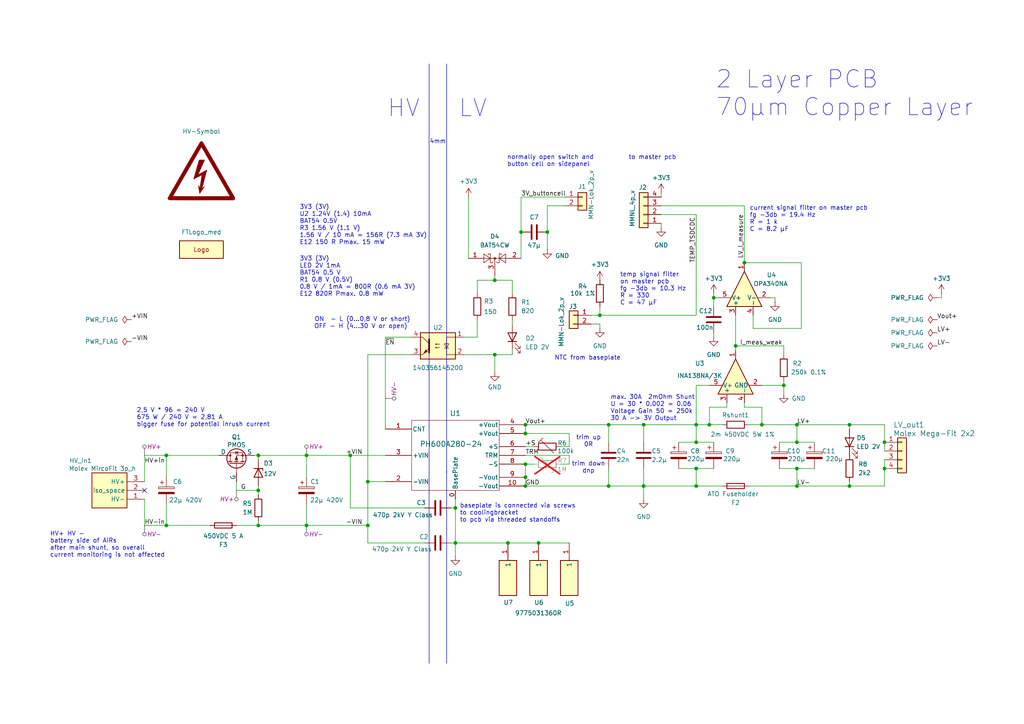
<source format=kicad_sch>
(kicad_sch (version 20231120) (generator "eeschema") (generator_version "8.0")
  (paper "A4")
  (title_block (title "TS-DCDC") (date "2024-12-12") (rev "0.5"))
  (lib_symbols
    (symbol "2024-11-18_21-41-11:PH600A280-24" (pin_names (offset 0.254))
      (property "Reference" "U1" (at 20.32 7.112 0))
      (property "Value" "PH600A280-24" (at 19.05 -1.778 0))
      (symbol "PH600A280-24_1_1"
        (pin passive line (at 20.32 -17.78 90) (length 2.54) (name "BasePlate") (number "0"))
        (pin input line (at 0 2.54 0) (length 7.62) (name "CNT") (number "1"))
        (pin power_out line (at 40.64 -13.97 180) (length 7.62) (name "-Vout") (number "10"))
        (pin power_in line (at 0 -12.7 0) (length 7.62) (name "-VIN") (number "2"))
        (pin power_in line (at 0 -5.08 0) (length 7.62) (name "+VIN") (number "3"))
        (pin power_out line (at 40.64 3.81 180) (length 7.62) (name "+Vout") (number "4"))
        (pin passive line (at 40.64 1.27 180) (length 7.62) (name "+Vout") (number "5"))
        (pin input line (at 40.64 -2.54 180) (length 7.62) (name "+S") (number "6"))
        (pin input line (at 40.64 -5.08 180) (length 7.62) (name "TRM") (number "7"))
        (pin input line (at 40.64 -7.62 180) (length 7.62) (name "-S") (number "8"))
        (pin passive line (at 40.64 -11.43 180) (length 7.62) (name "-Vout") (number "9"))
      )
    )
    (symbol "43650-0317:43650-0317"
      (property "Reference" "HV_in1" (at 18.542 -11.938 0))
      (property "Value" "Molex MircoFit 3p_h" (at 11.43 -9.398 0))
      (symbol "43650-0317_1_1"
        (pin power_out line (at 0 -5.08 0) (length 5.08) (name "HV-") (number "1"))
        (pin passive line (at 0 -2.54 0) (length 5.08) (name "iso_space") (number "2"))
        (pin power_out line (at 0 0 0) (length 5.08) (name "HV+") (number "3"))
      )
    )
    (symbol "9775031360R:9775031360R"
      (property "Reference" "U" (at 16.51 7.62 0))
      (property "Value" "9775031360R" (at 16.51 5.08 0))
      (symbol "9775031360R_1_1"
        (pin passive line (at 0 0 0) (length 5.08) (name "1") (number "1"))
      )
    )
    (symbol "Amplifier_Current:INA138" (pin_names (offset 0.127))
      (property "Reference" "U" (at 3.81 5.08 0))
      (property "Value" "INA138" (at 3.81 2.54 0))
      (symbol "INA138_1_1"
        (pin output line (at 7.62 0 180) (length 2.54) (name "~") (number "1"))
        (pin power_in line (at -2.54 -7.62 90) (length 3.81) (name "GND") (number "2"))
        (pin input line (at -7.62 2.54 0) (length 2.54) (name "+") (number "3"))
        (pin input line (at -7.62 -2.54 0) (length 2.54) (name "-") (number "4"))
        (pin power_in line (at -2.54 7.62 270) (length 3.81) (name "V+") (number "5"))
      )
    )
    (symbol "Amplifier_Operational:OPA340NA" (pin_names (offset 0.127))
      (property "Reference" "U" (at -1.27 6.35 0))
      (property "Value" "OPA340NA" (at -1.27 3.81 0))
      (symbol "OPA340NA_0_1"
        (pin power_in line (at -2.54 -7.62 90) (length 3.81) (name "V-") (number "2"))
        (pin power_in line (at -2.54 7.62 270) (length 3.81) (name "V+") (number "5"))
      )
      (symbol "OPA340NA_1_1"
        (pin output line (at 7.62 0 180) (length 2.54) (name "~") (number "1"))
        (pin input line (at -7.62 2.54 0) (length 2.54) (name "+") (number "3"))
        (pin input line (at -7.62 -2.54 0) (length 2.54) (name "-") (number "4"))
      )
    )
    (symbol "Conn_01x02_1" (pin_names (offset 1.016) hide)
      (property "Reference" "J3" (at -1.016 -5.08 0))
      (property "Value" "MMN-Lok_2p_v" (at 3.556 -7.874 90))
      (symbol "Conn_01x02_1_1_1"
        (pin passive line (at -5.08 -2.54 0) (length 3.81) (name "Pin_1") (number "1"))
        (pin passive line (at -5.08 0 0) (length 3.81) (name "Pin_2") (number "2"))
      )
    )
    (symbol "Conn_01x04_1" (pin_names (offset 1.016) hide)
      (property "Reference" "LV_out1" (at -2.54 7.62 0))
      (property "Value" "Molex Mega-Fit 2x2" (at -2.54 5.08 0))
      (symbol "Conn_01x04_1_1_1"
        (pin power_in line (at -5.08 2.54 0) (length 3.81) (name "Pin_1") (number "1"))
        (pin power_in line (at -5.08 0 0) (length 3.81) (name "Pin_2") (number "2"))
        (pin power_in line (at -5.08 -2.54 0) (length 3.81) (name "Pin_3") (number "3"))
        (pin power_in line (at -5.08 -5.08 0) (length 3.81) (name "Pin_4") (number "4"))
      )
    )
    (symbol "Connector_Generic:Conn_01x02" (pin_names (offset 1.016) hide)
      (property "Reference" "J" (at 0 2.54 0))
      (property "Value" "Conn_01x02" (at 0 -5.08 0))
      (symbol "Conn_01x02_1_1"
        (pin passive line (at -5.08 0 0) (length 3.81) (name "Pin_1") (number "1"))
        (pin passive line (at -5.08 -2.54 0) (length 3.81) (name "Pin_2") (number "2"))
      )
    )
    (symbol "Connector_Generic:Conn_01x04" (pin_names (offset 1.016) hide)
      (property "Reference" "J" (at 0 5.08 0))
      (property "Value" "Conn_01x04" (at 0 -7.62 0))
      (symbol "Conn_01x04_1_1"
        (pin passive line (at -5.08 2.54 0) (length 3.81) (name "Pin_1") (number "1"))
        (pin passive line (at -5.08 0 0) (length 3.81) (name "Pin_2") (number "2"))
        (pin passive line (at -5.08 -2.54 0) (length 3.81) (name "Pin_3") (number "3"))
        (pin passive line (at -5.08 -5.08 0) (length 3.81) (name "Pin_4") (number "4"))
      )
    )
    (symbol "Device:C" (pin_numbers hide) (pin_names (offset 0.254))
      (property "Reference" "C" (at 0.635 2.54 0))
      (property "Value" "C" (at 0.635 -2.54 0))
      (symbol "C_1_1"
        (pin passive line (at 0 3.81 270) (length 2.794) (name "~") (number "1"))
        (pin passive line (at 0 -3.81 90) (length 2.794) (name "~") (number "2"))
      )
    )
    (symbol "Device:C_Polarized" (pin_numbers hide) (pin_names (offset 0.254))
      (property "Reference" "C" (at 0.635 2.54 0))
      (property "Value" "C_Polarized" (at 0.635 -2.54 0))
      (symbol "C_Polarized_1_1"
        (pin passive line (at 0 3.81 270) (length 2.794) (name "~") (number "1"))
        (pin passive line (at 0 -3.81 90) (length 2.794) (name "~") (number "2"))
      )
    )
    (symbol "Device:D_Zener" (pin_numbers hide) (pin_names (offset 1.016) hide)
      (property "Reference" "D" (at 0 2.54 0))
      (property "Value" "D_Zener" (at 0 -2.54 0))
      (symbol "D_Zener_1_1"
        (pin passive line (at -3.81 0 0) (length 2.54) (name "K") (number "1"))
        (pin passive line (at 3.81 0 180) (length 2.54) (name "A") (number "2"))
      )
    )
    (symbol "Device:Fuse" (pin_numbers hide) (pin_names (offset 0))
      (property "Reference" "F" (at 2.032 0 90))
      (property "Value" "Fuse" (at -1.905 0 90))
      (symbol "Fuse_1_1"
        (pin passive line (at 0 3.81 270) (length 1.27) (name "~") (number "1"))
        (pin passive line (at 0 -3.81 90) (length 1.27) (name "~") (number "2"))
      )
    )
    (symbol "Device:LED" (pin_numbers hide) (pin_names (offset 1.016) hide)
      (property "Reference" "D" (at 0 2.54 0))
      (property "Value" "LED" (at 0 -2.54 0))
      (symbol "LED_1_1"
        (pin passive line (at -3.81 0 0) (length 2.54) (name "K") (number "1"))
        (pin passive line (at 3.81 0 180) (length 2.54) (name "A") (number "2"))
      )
    )
    (symbol "Device:R" (pin_numbers hide) (pin_names (offset 0))
      (property "Reference" "R" (at 2.032 0 90))
      (property "Value" "R" (at 0 0 90))
      (symbol "R_1_1"
        (pin passive line (at 0 3.81 270) (length 1.27) (name "~") (number "1"))
        (pin passive line (at 0 -3.81 90) (length 1.27) (name "~") (number "2"))
      )
    )
    (symbol "Device:R_Trim" (pin_numbers hide) (pin_names (offset 0))
      (property "Reference" "R" (at 2.54 -2.54 90))
      (property "Value" "R_Trim" (at -2.54 -0.635 90))
      (symbol "R_Trim_1_1"
        (pin passive line (at 0 3.81 270) (length 1.27) (name "~") (number "1"))
        (pin passive line (at 0 -3.81 90) (length 1.27) (name "~") (number "2"))
      )
    )
    (symbol "Diode:BAT54CW" (pin_names (offset 1.016))
      (property "Reference" "D" (at 0.635 -3.81 0))
      (property "Value" "BAT54CW" (at -6.35 3.175 0))
      (symbol "BAT54CW_1_1"
        (pin passive line (at -7.62 0 0) (length 3.81) (name "~") (number "1"))
        (pin passive line (at 7.62 0 180) (length 3.81) (name "~") (number "2"))
        (pin passive line (at 0 -5.08 90) (length 5.08) (name "~") (number "3"))
      )
    )
    (symbol "FaSTTUBe_logos:FTLogo_med"
      (property "Value" "FTLogo_med" (at 0 -3.81 0))
      (symbol "FTLogo_med_0_0"
        (text "Logo" (at 0 0 0) (effects (font (size 1.27 1.27))))
      )
    )
    (symbol "FaSTTUBe_logos:HV-Symbol" (pin_names (offset 1.016))
      (property "Value" "HV-Symbol" (at 0 -10.16 0))
    )
    (symbol "Fuse_1" (pin_numbers hide) (pin_names (offset 0))
      (property "Reference" "F2" (at 4.826 0 90))
      (property "Value" "ATO Fuseholder" (at 2.286 0.762 90))
      (symbol "Fuse_1_1_1"
        (pin passive line (at 0 3.81 270) (length 1.27) (name "~") (number "1"))
        (pin passive line (at 0 -3.81 90) (length 1.27) (name "~") (number "2"))
      )
    )
    (symbol "Relay_SolidState:34.81-7048"
      (property "Reference" "U2" (at 0 5.334 0))
      (property "Value" "140356145200" (at 0 -6.35 0))
      (symbol "34.81-7048_1_1"
        (pin passive line (at -7.62 2.54 0) (length 2.54) (name "") (number "1"))
        (pin passive line (at -7.62 -2.54 0) (length 2.54) (name "~") (number "2"))
        (pin passive line (at 7.62 -2.54 180) (length 2.54) (name "~") (number "3"))
        (pin passive line (at 7.62 2.54 180) (length 2.54) (name "~") (number "4"))
      )
    )
    (symbol "Simulation_SPICE:PMOS" (pin_numbers hide) (pin_names (offset 0))
      (property "Reference" "Q" (at 5.08 1.27 0))
      (property "Value" "PMOS" (at 5.08 -1.27 0))
      (symbol "PMOS_1_1"
        (pin passive line (at 2.54 5.08 270) (length 2.54) (name "D") (number "1"))
        (pin input line (at -5.08 0 0) (length 2.54) (name "G") (number "2"))
        (pin passive line (at 2.54 -5.08 90) (length 2.54) (name "S") (number "3"))
      )
    )
    (symbol "power:+3V3" (power) (pin_numbers hide) (pin_names (offset 0) hide)
      (property "Value" "+3V3" (at 0 3.556 0))
      (symbol "+3V3_1_1"
        (pin power_in line (at 0 0 90) (length 0) (name "~") (number "1"))
      )
    )
    (symbol "power:GND" (power) (pin_numbers hide) (pin_names (offset 0) hide)
      (property "Value" "GND" (at 0 -3.81 0))
      (symbol "GND_1_1"
        (pin power_in line (at 0 0 270) (length 0) (name "~") (number "1"))
      )
    )
    (symbol "power:PWR_FLAG" (power) (pin_numbers hide) (pin_names (offset 0) hide)
      (property "Value" "PWR_FLAG" (at 0 3.81 0))
      (symbol "PWR_FLAG_0_0"
        (pin power_out line (at 0 0 90) (length 0) (name "~") (number "1"))
      )
    )
  )
  (junction (at 152.4 134.62))
  (junction (at 186.69 123.19))
  (junction (at 207.01 86.36))
  (junction (at 74.93 152.4))
  (junction (at 74.93 142.24))
  (junction (at 106.68 139.7))
  (junction (at 48.26 132.08))
  (junction (at 143.51 81.28))
  (junction (at 201.93 128.27))
  (junction (at 213.36 100.33))
  (junction (at 231.14 123.19))
  (junction (at 176.53 123.19))
  (junction (at 151.13 67.31))
  (junction (at 152.4 138.43))
  (junction (at 147.32 157.48))
  (junction (at 201.93 135.89))
  (junction (at 48.26 152.4))
  (junction (at 152.4 123.19))
  (junction (at 246.38 123.19))
  (junction (at 132.08 157.48))
  (junction (at 106.68 152.4))
  (junction (at 152.4 140.97))
  (junction (at 88.9 152.4))
  (junction (at 205.74 123.19))
  (junction (at 201.93 123.19))
  (junction (at 176.53 140.97))
  (junction (at 231.14 128.27))
  (junction (at 88.9 132.08))
  (junction (at 231.14 135.89))
  (junction (at 173.99 91.44))
  (junction (at 158.75 67.31))
  (junction (at 156.21 157.48))
  (junction (at 152.4 125.73))
  (junction (at 201.93 140.97))
  (junction (at 220.98 123.19))
  (junction (at 74.93 132.08))
  (junction (at 256.54 128.27))
  (junction (at 132.08 147.32))
  (junction (at 186.69 140.97))
  (junction (at 215.9 76.2))
  (junction (at 246.38 140.97))
  (junction (at 101.6 132.08))
  (junction (at 256.54 135.89))
  (junction (at 227.33 111.76))
  (junction (at 143.51 102.87))
  (junction (at 231.14 140.97))
  (no_connect (at 41.91 142.24))
  (wire (pts (xy 231.14 135.89) (xy 231.14 140.97)))
  (wire (pts (xy 231.14 128.27) (xy 236.22 128.27)))
  (wire (pts (xy 41.91 152.4) (xy 41.91 144.78)))
  (wire (pts (xy 176.53 123.19) (xy 176.53 128.27)))
  (wire (pts (xy 48.26 152.4) (xy 60.96 152.4)))
  (wire (pts (xy 176.53 135.89) (xy 176.53 140.97)))
  (wire (pts (xy 111.76 97.79) (xy 111.76 124.46)))
  (wire (pts (xy 158.75 59.69) (xy 158.75 67.31)))
  (wire (pts (xy 148.59 102.87) (xy 148.59 101.6)))
  (wire (pts (xy 201.93 123.19) (xy 205.74 123.19)))
  (wire (pts (xy 152.4 134.62) (xy 154.94 134.62)))
  (wire (pts (xy 226.06 128.27) (xy 231.14 128.27)))
  (wire (pts (xy 201.93 111.76) (xy 205.74 111.76)))
  (wire (pts (xy 143.51 81.28) (xy 143.51 80.01)))
  (wire (pts (xy 73.66 132.08) (xy 74.93 132.08)))
  (wire (pts (xy 273.05 86.36) (xy 271.78 86.36)))
  (wire (pts (xy 106.68 139.7) (xy 111.76 139.7)))
  (wire (pts (xy 151.13 57.15) (xy 163.83 57.15)))
  (wire (pts (xy 132.08 157.48) (xy 130.81 157.48)))
  (wire (pts (xy 106.68 139.7) (xy 106.68 152.4)))
  (wire (pts (xy 201.93 62.23) (xy 201.93 91.44)))
  (wire (pts (xy 173.99 93.98) (xy 171.45 93.98)))
  (wire (pts (xy 138.43 81.28) (xy 138.43 85.09)))
  (wire (pts (xy 132.08 157.48) (xy 147.32 157.48)))
  (wire (pts (xy 205.74 123.19) (xy 209.55 123.19)))
  (wire (pts (xy 165.1 129.54) (xy 162.56 129.54)))
  (wire (pts (xy 134.62 97.79) (xy 138.43 97.79)))
  (wire (pts (xy 207.01 96.52) (xy 207.01 97.79)))
  (wire (pts (xy 201.93 111.76) (xy 201.93 123.19)))
  (wire (pts (xy 210.82 116.84) (xy 210.82 118.11)))
  (wire (pts (xy 210.82 118.11) (xy 205.74 118.11)))
  (wire (pts (xy 135.89 57.15) (xy 135.89 74.93)))
  (wire (pts (xy 74.93 132.08) (xy 88.9 132.08)))
  (wire (pts (xy 218.44 95.25) (xy 232.41 95.25)))
  (wire (pts (xy 165.1 134.62) (xy 165.1 132.08)))
  (wire (pts (xy 227.33 111.76) (xy 227.33 114.3)))
  (wire (pts (xy 152.4 123.19) (xy 176.53 123.19)))
  (polyline (pts (xy 124.46 18.542) (xy 124.46 192.405)))
  (wire (pts (xy 88.9 152.4) (xy 106.68 152.4)))
  (wire (pts (xy 208.28 86.36) (xy 207.01 86.36)))
  (wire (pts (xy 191.77 66.04) (xy 191.77 64.77)))
  (wire (pts (xy 151.13 57.15) (xy 151.13 67.31)))
  (wire (pts (xy 152.4 138.43) (xy 152.4 134.62)))
  (wire (pts (xy 41.91 152.4) (xy 48.26 152.4)))
  (wire (pts (xy 74.93 152.4) (xy 88.9 152.4)))
  (wire (pts (xy 217.17 140.97) (xy 231.14 140.97)))
  (wire (pts (xy 132.08 147.32) (xy 132.08 157.48)))
  (wire (pts (xy 143.51 81.28) (xy 148.59 81.28)))
  (wire (pts (xy 143.51 102.87) (xy 148.59 102.87)))
  (wire (pts (xy 220.98 118.11) (xy 220.98 123.19)))
  (wire (pts (xy 224.79 87.63) (xy 224.79 86.36)))
  (wire (pts (xy 186.69 123.19) (xy 201.93 123.19)))
  (wire (pts (xy 152.4 129.54) (xy 154.94 129.54)))
  (wire (pts (xy 48.26 146.05) (xy 48.26 152.4)))
  (wire (pts (xy 74.93 133.35) (xy 74.93 132.08)))
  (wire (pts (xy 74.93 143.51) (xy 74.93 142.24)))
  (wire (pts (xy 68.58 139.7) (xy 68.58 142.24)))
  (wire (pts (xy 106.68 152.4) (xy 106.68 157.48)))
  (wire (pts (xy 213.36 91.44) (xy 213.36 100.33)))
  (wire (pts (xy 186.69 140.97) (xy 201.93 140.97)))
  (wire (pts (xy 173.99 88.9) (xy 173.99 91.44)))
  (wire (pts (xy 213.36 100.33) (xy 227.33 100.33)))
  (wire (pts (xy 68.58 152.4) (xy 74.93 152.4)))
  (wire (pts (xy 173.99 91.44) (xy 201.93 91.44)))
  (wire (pts (xy 186.69 123.19) (xy 186.69 128.27)))
  (wire (pts (xy 186.69 140.97) (xy 186.69 144.78)))
  (wire (pts (xy 220.98 111.76) (xy 227.33 111.76)))
  (wire (pts (xy 201.93 128.27) (xy 207.01 128.27)))
  (wire (pts (xy 186.69 135.89) (xy 186.69 140.97)))
  (wire (pts (xy 201.93 135.89) (xy 201.93 140.97)))
  (wire (pts (xy 158.75 67.31) (xy 158.75 72.39)))
  (wire (pts (xy 220.98 118.11) (xy 215.9 118.11)))
  (wire (pts (xy 226.06 135.89) (xy 231.14 135.89)))
  (wire (pts (xy 106.68 102.87) (xy 119.38 102.87)))
  (wire (pts (xy 132.08 144.78) (xy 132.08 147.32)))
  (polyline (pts (xy 129.54 136.525) (xy 129.54 192.405)))
  (wire (pts (xy 152.4 123.19) (xy 152.4 125.73)))
  (wire (pts (xy 88.9 132.08) (xy 88.9 138.43)))
  (wire (pts (xy 191.77 57.15) (xy 191.77 55.88)))
  (wire (pts (xy 232.41 76.2) (xy 215.9 76.2)))
  (wire (pts (xy 201.93 140.97) (xy 209.55 140.97)))
  (wire (pts (xy 165.1 125.73) (xy 152.4 125.73)))
  (wire (pts (xy 74.93 142.24) (xy 74.93 140.97)))
  (wire (pts (xy 205.74 118.11) (xy 205.74 123.19)))
  (wire (pts (xy 88.9 132.08) (xy 101.6 132.08)))
  (wire (pts (xy 147.32 157.48) (xy 156.21 157.48)))
  (wire (pts (xy 138.43 81.28) (xy 143.51 81.28)))
  (wire (pts (xy 101.6 132.08) (xy 111.76 132.08)))
  (wire (pts (xy 196.85 128.27) (xy 201.93 128.27)))
  (wire (pts (xy 106.68 102.87) (xy 106.68 139.7)))
  (wire (pts (xy 196.85 135.89) (xy 201.93 135.89)))
  (wire (pts (xy 232.41 95.25) (xy 232.41 76.2)))
  (wire (pts (xy 162.56 134.62) (xy 165.1 134.62)))
  (wire (pts (xy 163.83 59.69) (xy 158.75 59.69)))
  (wire (pts (xy 246.38 124.46) (xy 246.38 123.19)))
  (wire (pts (xy 176.53 123.19) (xy 186.69 123.19)))
  (wire (pts (xy 48.26 132.08) (xy 63.5 132.08)))
  (wire (pts (xy 213.36 100.33) (xy 213.36 101.6)))
  (wire (pts (xy 224.79 86.36) (xy 223.52 86.36)))
  (wire (pts (xy 173.99 91.44) (xy 171.45 91.44)))
  (wire (pts (xy 74.93 151.13) (xy 74.93 152.4)))
  (wire (pts (xy 231.14 135.89) (xy 236.22 135.89)))
  (wire (pts (xy 217.17 123.19) (xy 220.98 123.19)))
  (wire (pts (xy 215.9 59.69) (xy 215.9 76.2)))
  (wire (pts (xy 231.14 140.97) (xy 246.38 140.97)))
  (wire (pts (xy 152.4 140.97) (xy 176.53 140.97)))
  (wire (pts (xy 231.14 123.19) (xy 231.14 128.27)))
  (wire (pts (xy 201.93 135.89) (xy 207.01 135.89)))
  (wire (pts (xy 191.77 59.69) (xy 215.9 59.69)))
  (polyline (pts (xy 129.54 18.542) (xy 129.54 137.16)))
  (wire (pts (xy 123.19 147.32) (xy 101.6 147.32)))
  (wire (pts (xy 152.4 140.97) (xy 152.4 138.43)))
  (wire (pts (xy 143.51 102.87) (xy 143.51 107.95)))
  (wire (pts (xy 256.54 128.27) (xy 256.54 130.81)))
  (wire (pts (xy 256.54 133.35) (xy 256.54 135.89)))
  (wire (pts (xy 246.38 123.19) (xy 256.54 123.19)))
  (wire (pts (xy 68.58 142.24) (xy 74.93 142.24)))
  (wire (pts (xy 176.53 140.97) (xy 186.69 140.97)))
  (wire (pts (xy 148.59 92.71) (xy 148.59 93.98)))
  (wire (pts (xy 173.99 93.98) (xy 173.99 95.25)))
  (wire (pts (xy 215.9 118.11) (xy 215.9 116.84)))
  (wire (pts (xy 152.4 132.08) (xy 165.1 132.08)))
  (wire (pts (xy 138.43 92.71) (xy 138.43 97.79)))
  (wire (pts (xy 256.54 135.89) (xy 256.54 140.97)))
  (wire (pts (xy 151.13 67.31) (xy 151.13 74.93)))
  (wire (pts (xy 246.38 140.97) (xy 256.54 140.97)))
  (wire (pts (xy 148.59 81.28) (xy 148.59 85.09)))
  (wire (pts (xy 165.1 129.54) (xy 165.1 125.73)))
  (wire (pts (xy 246.38 139.7) (xy 246.38 140.97)))
  (wire (pts (xy 132.08 147.32) (xy 130.81 147.32)))
  (wire (pts (xy 132.08 161.29) (xy 132.08 157.48)))
  (wire (pts (xy 101.6 147.32) (xy 101.6 132.08)))
  (wire (pts (xy 48.26 132.08) (xy 48.26 138.43)))
  (wire (pts (xy 273.05 85.09) (xy 273.05 86.36)))
  (wire (pts (xy 106.68 157.48) (xy 123.19 157.48)))
  (wire (pts (xy 111.76 97.79) (xy 119.38 97.79)))
  (wire (pts (xy 165.1 157.48) (xy 156.21 157.48)))
  (wire (pts (xy 227.33 100.33) (xy 227.33 102.87)))
  (wire (pts (xy 220.98 123.19) (xy 231.14 123.19)))
  (wire (pts (xy 41.91 132.08) (xy 48.26 132.08)))
  (wire (pts (xy 207.01 86.36) (xy 207.01 85.09)))
  (wire (pts (xy 41.91 132.08) (xy 41.91 139.7)))
  (wire (pts (xy 256.54 123.19) (xy 256.54 128.27)))
  (wire (pts (xy 207.01 86.36) (xy 207.01 88.9)))
  (wire (pts (xy 227.33 110.49) (xy 227.33 111.76)))
  (wire (pts (xy 143.51 102.87) (xy 134.62 102.87)))
  (wire (pts (xy 231.14 123.19) (xy 246.38 123.19)))
  (wire (pts (xy 201.93 62.23) (xy 191.77 62.23)))
  (wire (pts (xy 218.44 95.25) (xy 218.44 91.44)))
  (wire (pts (xy 88.9 152.4) (xy 88.9 146.05)))
  (wire (pts (xy 201.93 123.19) (xy 201.93 128.27)))
  (text "trim down\ndnp" (at 170.688 135.636 0) (effects (font (size 1.27 1.27))))
  (text "3V3 (3V)\nU2 1.24V (1.4) 10mA\nBAT54 0.5V\nR3 1.56 V (1.1 V)\n1.56 V / 10 mA = 156R (7.3 mA 3V)\nE12 150 R Pmax. 15 mW\n" (at 86.868 65.278 0) (effects (font (size 1.27 1.27)) (justify left)))
  (text " ON  - L (0...0,8 V or short)\nOFF - H (4...30 V or open)" (at 104.648 93.726 0) (effects (font (size 1.27 1.27))))
  (text "max. 30A  2mOhm Shunt \nU = 30 * 0.002 = 0.06\nVoltage Gain 50 = 250k\n30 A -> 3V Output\n" (at 177.038 118.364 0) (effects (font (size 1.27 1.27)) (justify left)))
  (text "trim up\n0R" (at 170.688 128.016 0) (effects (font (size 1.27 1.27))))
  (text "2,5 V * 96 = 240 V\n675 W / 240 V = 2,81 A\nbigger fuse for potential inrush current\n\n" (at 39.624 122.174 0) (effects (font (size 1.27 1.27)) (justify left)))
  (text "current signal filter on master pcb\nfg -3db = 19.4 Hz\nR = 1 k\nC = 8.2 µF\n" (at 217.424 63.5 0) (effects (font (size 1.27 1.27)) (justify left)))
  (text "LV" (at 137.16 31.496 0) (effects (font (size 5 5))))
  (text "4mm" (at 127 41.148 0) (effects (font (size 1.27 1.27))))
  (text "normally open switch and\nbutton cell on sidepanel\n " (at 147.066 44.958 0) (effects (font (size 1.27 1.27)) (justify left top)))
  (text "NTC from baseplate" (at 170.434 103.886 0) (effects (font (size 1.27 1.27))))
  (text "HV" (at 117.094 31.496 0) (effects (font (size 5 5))))
  (text "3V3 (3V)\nLED 2V 1mA\nBAT54 0.5 V \nR1 0.8 V (0.5V)\n0.8 V / 1mA = 800R (0.6 mA 3V)\nE12 820R Pmax. 0.8 mW" (at 86.868 80.264 0) (effects (font (size 1.27 1.27)) (justify left)))
  (text "HV+ HV -\nbattery side of AIRs\nafter main shunt, so overall \ncurrent monitoring is not affected" (at 14.478 157.988 0) (effects (font (size 1.27 1.27)) (justify left)))
  (text "to master pcb" (at 189.23 45.72 0) (effects (font (size 1.27 1.27))))
  (text "baseplate is connected via screws \nto coolingbracket\nto pcb via threaded standoffs\n" (at 133.35 148.844 0) (effects (font (size 1.27 1.27)) (justify left)))
  (text "temp signal filter \non master pcb\nfg -3db = 10.3 Hz\nR = 330\nC = 47 µF" (at 179.832 83.82 0) (effects (font (size 1.27 1.27)) (justify left)))
  (text "2 Layer PCB \n70µm Copper Layer\n" (at 207.518 27.178 0) (effects (font (size 5 5)) (justify left)))
  (label "LV+" (at 231.14 123.19 0))
  (label "+VIN" (at 38.1 92.71 0))
  (label "LV-" (at 231.14 140.97 0))
  (label "GND" (at 152.4 140.97 0))
  (label "TEMP_TSDCDC" (at 201.93 76.2 90))
  (label "LV-" (at 271.78 100.33 0))
  (label "Vout+" (at 271.78 92.71 0))
  (label "G" (at 69.85 142.24 0))
  (label "+S" (at 152.4 129.54 0))
  (label "-VIN" (at 38.1 99.06 0))
  (label "TRM" (at 152.4 132.08 0))
  (label "-VIN" (at 100.33 152.4 0))
  (label "LV_I_measure" (at 215.9 74.93 90))
  (label "HV+in" (at 41.91 134.62 0))
  (label "I_meas_weak" (at 214.63 100.33 0))
  (label "3V_buttoncell" (at 151.13 57.15 0))
  (label "HV-in" (at 41.91 152.4 0))
  (label "~{EN}" (at 111.76 100.33 0))
  (label "Vout+" (at 152.4 123.19 0))
  (label "+VIN" (at 100.33 132.08 0))
  (label "LV+" (at 271.78 96.52 0))
  (netclass_flag "" (length 2.54) (shape round) (at 41.91 132.08 0) (property "Netclass" "HV+" (at 42.6085 129.54 0) (effects (font (italic yes)) (justify left))))
  (netclass_flag "" (length 2.54) (shape round) (at 41.91 152.4 180) (property "Netclass" "HV-" (at 42.6085 154.94 0) (effects (font (italic yes)) (justify left))))
  (netclass_flag "" (length 2.54) (shape round) (at 111.76 115.57 270) (property "Netclass" "HV-" (at 114.3 114.8715 90) (effects (font (italic yes)) (justify left))))
  (netclass_flag "" (length 2.54) (shape round) (at 88.9 132.08 0) (property "Netclass" "HV+" (at 89.5985 129.54 0) (effects (font (italic yes)) (justify left))))
  (netclass_flag "" (length 2.54) (shape round) (at 68.58 142.24 180) (property "Netclass" "HV+" (at 67.8815 144.78 0) (effects (font (italic yes)) (justify right))))
  (netclass_flag "" (length 2.54) (shape round) (at 88.9 152.4 180) (property "Netclass" "HV-" (at 89.5985 154.94 0) (effects (font (italic yes)) (justify left))))
  (symbol (lib_id "9775031360R:9775031360R") (at 165.1 157.48 270) (unit 1)
    (property "Reference" "U5" (at 163.83 175.006 90) (effects (justify left)))
    (property "Value" "9775031360R" (effects (hide yes)))
    (property "Footprint" "9775031360R" (effects (hide yes)))
    (property "Datasheet" "https://www.we-online.com/components/products/datasheet/9775031360R.pdf" (effects (hide yes)))
    (property "Description" "Round Standoff Threaded M3 Steel 0.039\" (1.00mm)" (effects (hide yes)))
    (property "Height" "4.2" (effects (hide yes)))
    (property "Mouser Part Number" "710-9775031360R" (effects (hide yes)))
    (property "Mouser Price/Stock" "https://www.mouser.co.uk/ProductDetail/Wurth-Elektronik/9775031360R?qs=lBTPRtX1sU%252BooRt%2F6rjYpA%3D%3D" (effects (hide yes)))
    (property "Manufacturer_Name" "Wurth Elektronik" (effects (hide yes)))
    (property "Manufacturer_Part_Number" "9775031360R" (effects (hide yes)))
  )
  (symbol (lib_id "Device:LED") (at 148.59 97.79 90) (unit 1)
    (property "Reference" "D2" (at 152.4 98.1074 90) (effects (justify right)))
    (property "Value" "LED 2V" (at 152.4 100.6474 90) (effects (justify right)))
    (property "Footprint" "LED_SMD:LED_0603_1608Metric" (effects (hide yes)))
    (property "Description" "Light emitting diode" (effects (hide yes)))
  )
  (symbol (lib_id "Device:C_Polarized") (at 196.85 132.08 0) (unit 1)
    (property "Reference" "C8" (at 202.946 130.81 0) (effects (justify right)))
    (property "Value" "220µ" (at 204.47 133.096 0) (effects (justify right)))
    (property "Footprint" "Capacitor_THT:CP_Radial_D10.0mm_P5.00mm" (effects (hide yes)))
    (property "Datasheet" "https://mou.sr/3E8B9GR" (effects (hide yes)))
    (property "Description" "Polarized capacitor" (effects (hide yes)))
  )
  (symbol (lib_id "Device:C") (at 176.53 132.08 0) (unit 1)
    (property "Reference" "C4" (at 178.816 130.81 0) (effects (justify left)))
    (property "Value" "22n" (at 178.816 133.35 0) (effects (justify left)))
    (property "Footprint" "Capacitor_SMD:C_1206_3216Metric" (effects (hide yes)))
    (property "Description" "Unpolarized capacitor" (effects (hide yes)))
  )
  (symbol (lib_id "Device:R") (at 74.93 147.32 0) (unit 1)
    (property "Reference" "R5" (at 70.358 146.05 0) (effects (justify left)))
    (property "Value" "1M" (at 70.358 148.59 0) (effects (justify left)))
    (property "Footprint" "Resistor_SMD:R_2010_5025Metric" (effects (hide yes)))
    (property "Description" "Resistor" (effects (hide yes)))
  )
  (symbol (lib_id "Device:R") (at 246.38 135.89 0) (unit 1)
    (property "Reference" "R8" (at 248.92 134.6199 0) (effects (justify left)))
    (property "Value" "2k2" (at 248.92 137.1599 0) (effects (justify left)))
    (property "Footprint" "Resistor_SMD:R_0603_1608Metric" (effects (hide yes)))
    (property "Description" "Resistor" (effects (hide yes)))
  )
  (symbol (lib_id "Connector_Generic:Conn_01x04") (at 186.69 62.23 180) (unit 1)
    (property "Reference" "J2" (at 186.436 54.356 0))
    (property "Value" "MMNL_4p_v" (at 183.388 60.452 90))
    (property "Footprint" "FaSTTUBe_connectors:Micro_Mate-N-Lok_4p_vertical" (effects (hide yes)))
    (property "Description" "Generic connector, single row, 01x04, script generated (kicad-library-utils/schlib/autogen/connector/)" (effects (hide yes)))
  )
  (symbol (lib_id "power:GND") (at 186.69 144.78 0) (unit 1)
    (property "Reference" "#PWR01" (effects (hide yes)))
    (property "Value" "GND" (at 186.69 149.86 0))
    (property "Description" "Power symbol creates a global label with name \"GND\" , ground" (effects (hide yes)))
  )
  (symbol (lib_id "Device:D_Zener") (at 74.93 137.16 270) (unit 1)
    (property "Reference" "D3" (at 76.454 134.366 90) (effects (justify left)))
    (property "Value" "12V" (at 76.454 137.414 90) (effects (justify left)))
    (property "Footprint" "Diode_SMD:D_SOD-323" (effects (hide yes)))
    (property "Datasheet" "https://assets.nexperia.com/documents/data-sheet/PDZ-B_SER.pdf" (effects (hide yes)))
    (property "Description" "Zener diode" (effects (hide yes)))
  )
  (symbol (lib_id "power:PWR_FLAG") (at 38.1 92.71 90) (unit 1)
    (property "Reference" "#FLG02" (effects (hide yes)))
    (property "Value" "PWR_FLAG" (at 34.29 92.7099 90) (effects (justify left)))
    (property "Description" "Special symbol for telling ERC where power comes from" (effects (hide yes)))
  )
  (symbol (lib_id "power:+3V3") (at 191.77 55.88 0) (mirror y) (unit 1)
    (property "Reference" "#PWR05" (effects (hide yes)))
    (property "Value" "+3V3" (at 191.77 51.562 0))
    (property "Description" "Power symbol creates a global label with name \"+3V3\"" (effects (hide yes)))
  )
  (symbol (lib_id "Amplifier_Operational:OPA340NA") (at 215.9 83.82 90) (unit 1)
    (property "Reference" "U4" (at 223.774 79.756 90))
    (property "Value" "OPA340NA" (at 223.52 82.296 90))
    (property "Footprint" "Package_TO_SOT_SMD:SOT-23-5" (effects (hide yes)))
    (property "Datasheet" "http://www.ti.com/lit/ds/symlink/opa340.pdf" (effects (hide yes)))
    (property "Description" "Single Single-Supply, Rail-to-Rail Operational Amplifier, MicroAmplifier Series, SOT-23-5" (effects (hide yes)))
  )
  (symbol (lib_id "Device:C_Polarized") (at 226.06 132.08 0) (unit 1)
    (property "Reference" "C10" (at 232.156 130.81 0) (effects (justify right)))
    (property "Value" "220µ" (at 233.68 133.096 0) (effects (justify right)))
    (property "Footprint" "Capacitor_THT:CP_Radial_D10.0mm_P5.00mm" (effects (hide yes)))
    (property "Datasheet" "https://mou.sr/3E8B9GR" (effects (hide yes)))
    (property "Description" "Polarized capacitor" (effects (hide yes)))
  )
  (symbol (lib_id "Device:LED") (at 246.38 128.27 90) (unit 1)
    (property "Reference" "D5" (at 248.412 127 90) (effects (justify right)))
    (property "Value" "LED 2V" (at 248.412 129.54 90) (effects (justify right)))
    (property "Footprint" "LED_SMD:LED_0603_1608Metric" (effects (hide yes)))
    (property "Description" "Light emitting diode" (effects (hide yes)))
  )
  (symbol (lib_id "Device:C_Polarized") (at 88.9 142.24 0) (unit 1)
    (property "Reference" "C1" (at 92.71 139.7 0) (effects (justify right)))
    (property "Value" "22µ 420V" (at 99.568 145.034 0) (effects (justify right)))
    (property "Footprint" "Capacitor_THT:CP_Radial_D12.5mm_P5.00mm" (effects (hide yes)))
    (property "Datasheet" "https://www.mouser.de/ProductDetail/Chemi-Con/EKXN451ELL220MK16S?qs=eP2BKZSCXI45cEkx%2FZPDFw%3D%3D" (effects (hide yes)))
    (property "Description" "Polarized capacitor" (effects (hide yes)))
  )
  (symbol (lib_id "Device:C") (at 127 157.48 90) (unit 1)
    (property "Reference" "C2" (at 122.936 155.702 90))
    (property "Value" "470p 2kV Y Class" (at 116.586 159.258 90))
    (property "Footprint" "footprints:VY1471M29Y5UC63V0" (effects (hide yes)))
    (property "Datasheet" "https://www.vishay.com/docs/28537/vy1series.pdf" (effects (hide yes)))
    (property "Description" "Unpolarized capacitor" (effects (hide yes)))
  )
  (symbol (lib_id "power:PWR_FLAG") (at 271.78 100.33 90) (unit 1)
    (property "Reference" "#FLG05" (effects (hide yes)))
    (property "Value" "PWR_FLAG" (at 267.97 100.3299 90) (effects (justify left)))
    (property "Description" "Special symbol for telling ERC where power comes from" (effects (hide yes)))
  )
  (symbol (lib_id "Device:C_Polarized") (at 207.01 132.08 0) (unit 1)
    (property "Reference" "C9" (at 213.106 130.81 0) (effects (justify right)))
    (property "Value" "220µ" (at 214.884 133.096 0) (effects (justify right)))
    (property "Footprint" "Capacitor_THT:CP_Radial_D10.0mm_P5.00mm" (effects (hide yes)))
    (property "Datasheet" "https://mou.sr/3E8B9GR" (effects (hide yes)))
    (property "Description" "Polarized capacitor" (effects (hide yes)))
  )
  (symbol (lib_id "9775031360R:9775031360R") (at 156.21 157.48 270) (unit 1)
    (property "Reference" "U6" (at 154.94 174.752 90) (effects (justify left)))
    (property "Value" "9775031360R" (at 149.352 177.8 90) (effects (justify left)))
    (property "Footprint" "9775031360R" (effects (hide yes)))
    (property "Datasheet" "https://www.we-online.com/components/products/datasheet/9775031360R.pdf" (effects (hide yes)))
    (property "Description" "Round Standoff Threaded M3 Steel 0.039\" (1.00mm)" (effects (hide yes)))
    (property "Height" "4.2" (effects (hide yes)))
    (property "Mouser Part Number" "710-9775031360R" (effects (hide yes)))
    (property "Mouser Price/Stock" "https://www.mouser.co.uk/ProductDetail/Wurth-Elektronik/9775031360R?qs=lBTPRtX1sU%252BooRt%2F6rjYpA%3D%3D" (effects (hide yes)))
    (property "Manufacturer_Name" "Wurth Elektronik" (effects (hide yes)))
    (property "Manufacturer_Part_Number" "9775031360R" (effects (hide yes)))
  )
  (symbol (lib_id "Device:R") (at 148.59 88.9 0) (unit 1)
    (property "Reference" "R1" (at 151.13 87.6299 0) (effects (justify left)))
    (property "Value" "820" (at 151.13 90.1699 0) (effects (justify left)))
    (property "Footprint" "Resistor_SMD:R_0603_1608Metric" (effects (hide yes)))
    (property "Description" "Resistor" (effects (hide yes)))
  )
  (symbol (lib_id "power:GND") (at 207.01 97.79 0) (unit 1)
    (property "Reference" "#PWR013" (effects (hide yes)))
    (property "Value" "GND" (at 207.01 102.87 0))
    (property "Description" "Power symbol creates a global label with name \"GND\" , ground" (effects (hide yes)))
  )
  (symbol (lib_id "2024-11-18_21-41-11:PH600A280-24") (at 111.76 127 0) (unit 1)
    (property "Reference" "U1" (at 132.08 119.888 0) (effects (font (size 1.524 1.524))))
    (property "Value" "PH600A280-24" (at 130.81 128.778 0) (effects (font (size 1.524 1.524))))
    (property "Footprint" "footprints:PH300A_thru_PH600A_TDK" (effects (hide yes)))
    (property "Datasheet" "https://product.tdk.com/system/files/dam/doc/product/power/switching-power/dc-dc-converter/catalog/ph-a280_e.pdf" (effects (hide yes)))
  )
  (symbol (lib_id "power:PWR_FLAG") (at 271.78 86.36 90) (unit 1)
    (property "Reference" "#FLG01" (effects (hide yes)))
    (property "Value" "PWR_FLAG" (at 267.97 86.36 90) (effects (justify left)))
    (property "Description" "Special symbol for telling ERC where power comes from" (effects (hide yes)))
  )
  (symbol (lib_id "Device:C") (at 154.94 67.31 90) (unit 1)
    (property "Reference" "C7" (at 154.94 62.992 90))
    (property "Value" "47µ" (at 154.94 71.12 90))
    (property "Footprint" "Capacitor_SMD:C_1210_3225Metric" (effects (hide yes)))
    (property "Description" "Unpolarized capacitor" (effects (hide yes)))
  )
  (symbol (lib_id "power:+3V3") (at 173.99 81.28 0) (mirror y) (unit 1)
    (property "Reference" "#PWR08" (effects (hide yes)))
    (property "Value" "+3V3" (at 173.99 76.708 0))
    (property "Description" "Power symbol creates a global label with name \"+3V3\"" (effects (hide yes)))
  )
  (symbol (lib_id "FaSTTUBe_logos:HV-Symbol") (at 58.42 49.53 0) (unit 1)
    (property "Reference" "#Logo2" (effects (hide yes)))
    (property "Value" "HV-Symbol" (at 58.4225 38.1 0))
    (property "Footprint" "FaSTTUBe_logos:HV-Warning" (effects (hide yes)))
  )
  (symbol (lib_id "Device:C_Polarized") (at 48.26 142.24 0) (unit 1)
    (property "Reference" "C6" (at 52.832 139.7 0) (effects (justify right)))
    (property "Value" "22µ 420V" (at 58.674 145.034 0) (effects (justify right)))
    (property "Footprint" "Capacitor_THT:CP_Radial_D12.5mm_P5.00mm" (effects (hide yes)))
    (property "Datasheet" "https://www.mouser.de/ProductDetail/Chemi-Con/EKXN451ELL220MK16S?qs=eP2BKZSCXI45cEkx%2FZPDFw%3D%3D" (effects (hide yes)))
    (property "Description" "Polarized capacitor" (effects (hide yes)))
  )
  (symbol (lib_id "power:GND") (at 227.33 114.3 0) (unit 1)
    (property "Reference" "#PWR02" (effects (hide yes)))
    (property "Value" "GND" (at 231.648 115.57 0))
    (property "Description" "Power symbol creates a global label with name \"GND\" , ground" (effects (hide yes)))
  )
  (symbol (lib_id "Device:C_Polarized") (at 236.22 132.08 0) (unit 1)
    (property "Reference" "C11" (at 242.316 130.81 0) (effects (justify right)))
    (property "Value" "220µ" (at 244.602 133.096 0) (effects (justify right)))
    (property "Footprint" "Capacitor_THT:CP_Radial_D10.0mm_P5.00mm" (effects (hide yes)))
    (property "Datasheet" "https://mou.sr/3E8B9GR" (effects (hide yes)))
    (property "Description" "Polarized capacitor" (effects (hide yes)))
  )
  (symbol (lib_id "Device:R_Trim") (at 158.75 134.62 270) (unit 1) (dnp yes)
    (property "Reference" "R7" (at 163.068 133.604 90))
    (property "Value" "1M" (at 163.068 136.144 90))
    (property "Footprint" "Potentiometer_SMD:Potentiometer_Bourns_TC33X_Vertical" (effects (hide yes)))
    (property "Description" "Trimmable resistor (preset resistor)" (effects (hide yes)))
  )
  (symbol (lib_id "power:GND") (at 132.08 161.29 0) (unit 1)
    (property "Reference" "#PWR010" (effects (hide yes)))
    (property "Value" "GND" (at 132.08 166.37 0))
    (property "Description" "Power symbol creates a global label with name \"GND\" , ground" (effects (hide yes)))
  )
  (symbol (lib_id "Relay_SolidState:34.81-7048") (at 127 100.33 0) (mirror y) (unit 1)
    (property "Reference" "U2" (at 127 94.996 0))
    (property "Value" "140356145200" (at 127 106.68 0))
    (property "Footprint" "footprints:SOP254P700X210-4N" (effects (hide yes)))
    (property "Datasheet" "https://www.we-online.com/components/products/datasheet/140356145200.pdf" (effects (hide yes)))
    (property "Description" "Ultra-Slim Solid-State Relay, 0.1A, 48V DC output switching" (effects (hide yes)))
  )
  (symbol (lib_name "Conn_01x04_1") (lib_id "Connector_Generic:Conn_01x04") (at 261.62 130.81 0) (unit 1)
    (property "Reference" "LV_out1" (at 259.08 123.19 0) (effects (font (size 1.524 1.524)) (justify left)))
    (property "Value" "Molex Mega-Fit 2x2" (at 259.08 125.73 0) (effects (font (size 1.524 1.524)) (justify left)))
    (property "Footprint" "footprints:CONN_SD-76825-0100_04_MOL" (effects (hide yes)))
    (property "Datasheet" "https://www.molex.com/en-us/products/part-detail/768250004" (effects (hide yes)))
    (property "Description" "Generic connector, single row, 01x04, script generated (kicad-library-utils/schlib/autogen/connector/)" (effects (hide yes)))
  )
  (symbol (lib_id "Device:Fuse") (at 64.77 152.4 90) (mirror x) (unit 1)
    (property "Reference" "F3" (at 64.77 157.988 90))
    (property "Value" "450VDC 5 A" (at 64.77 155.448 90))
    (property "Footprint" "footprints:0ACG5000TE" (effects (hide yes)))
    (property "Datasheet" "https://www.mouser.de/datasheet/2/643/ds_CP_0ACG_series-2000946.pdf" (effects (hide yes)))
    (property "Description" "Fuse" (effects (hide yes)))
  )
  (symbol (lib_id "power:+3V3") (at 135.89 57.15 0) (unit 1)
    (property "Reference" "#PWR09" (effects (hide yes)))
    (property "Value" "+3V3" (at 135.89 52.578 0))
    (property "Description" "Power symbol creates a global label with name \"+3V3\"" (effects (hide yes)))
  )
  (symbol (lib_id "power:PWR_FLAG") (at 38.1 99.06 90) (unit 1)
    (property "Reference" "#FLG03" (effects (hide yes)))
    (property "Value" "PWR_FLAG" (at 34.29 99.0599 90) (effects (justify left)))
    (property "Description" "Special symbol for telling ERC where power comes from" (effects (hide yes)))
  )
  (symbol (lib_id "9775031360R:9775031360R") (at 147.32 157.48 270) (unit 1)
    (property "Reference" "U7" (at 146.05 174.752 90) (effects (justify left)))
    (property "Value" "9775031360R" (effects (hide yes)))
    (property "Footprint" "9775031360R" (effects (hide yes)))
    (property "Datasheet" "https://www.we-online.com/components/products/datasheet/9775031360R.pdf" (effects (hide yes)))
    (property "Description" "Round Standoff Threaded M3 Steel 0.039\" (1.00mm)" (effects (hide yes)))
    (property "Height" "4.2" (effects (hide yes)))
    (property "Mouser Part Number" "710-9775031360R" (effects (hide yes)))
    (property "Mouser Price/Stock" "https://www.mouser.co.uk/ProductDetail/Wurth-Elektronik/9775031360R?qs=lBTPRtX1sU%252BooRt%2F6rjYpA%3D%3D" (effects (hide yes)))
    (property "Manufacturer_Name" "Wurth Elektronik" (effects (hide yes)))
    (property "Manufacturer_Part_Number" "9775031360R" (effects (hide yes)))
  )
  (symbol (lib_id "power:GND") (at 173.99 95.25 0) (unit 1)
    (property "Reference" "#PWR06" (effects (hide yes)))
    (property "Value" "GND" (at 173.99 100.33 0))
    (property "Description" "Power symbol creates a global label with name \"GND\" , ground" (effects (hide yes)))
  )
  (symbol (lib_id "Device:R") (at 173.99 85.09 0) (unit 1)
    (property "Reference" "R4" (at 167.64 83.058 0) (effects (justify left)))
    (property "Value" "10k 1%" (at 165.354 85.09 0) (effects (justify left)))
    (property "Footprint" "Resistor_SMD:R_0603_1608Metric" (effects (hide yes)))
    (property "Description" "Resistor" (effects (hide yes)))
  )
  (symbol (lib_name "Fuse_1") (lib_id "Device:Fuse") (at 213.36 140.97 90) (mirror x) (unit 1)
    (property "Reference" "F2" (at 213.36 145.796 90))
    (property "Value" "ATO Fuseholder" (at 212.598 143.256 90))
    (property "Footprint" "footprints:01000066Z" (effects (hide yes)))
    (property "Datasheet" "https://www.littelfuse.com/assetdocs/littelfuse_fuseclip_100_datasheet.pdf?assetguid=9960882e-3537-4a71-b411-c6d6ebc326a9" (effects (hide yes)))
    (property "Description" "Fuse" (effects (hide yes)))
  )
  (symbol (lib_id "Device:R") (at 213.36 123.19 90) (unit 1)
    (property "Reference" "Rshunt1" (at 213.36 120.396 90))
    (property "Value" "2m 450VDC 5W 1%" (at 215.392 125.984 90))
    (property "Footprint" "Resistor_SMD:R_2512_6332Metric" (effects (hide yes)))
    (property "Datasheet" "https://www.mouser.de/datasheet/2/54/css2h_2512-1862180.pdf" (effects (hide yes)))
    (property "Description" "Resistor" (effects (hide yes)))
  )
  (symbol (lib_id "power:+3V3") (at 273.05 85.09 0) (mirror y) (unit 1)
    (property "Reference" "#PWR014" (effects (hide yes)))
    (property "Value" "+3V3" (at 273.05 80.772 0))
    (property "Description" "Power symbol creates a global label with name \"+3V3\"" (effects (hide yes)))
  )
  (symbol (lib_id "Diode:BAT54CW") (at 143.51 74.93 0) (unit 1)
    (property "Reference" "D4" (at 143.51 68.58 0))
    (property "Value" "BAT54CW" (at 143.51 71.12 0))
    (property "Footprint" "Package_TO_SOT_SMD:SOT-323_SC-70" (effects (hide yes)))
    (property "Datasheet" "https://assets.nexperia.com/documents/data-sheet/BAT54W_SER.pdf" (effects (hide yes)))
    (property "Description" "Dual schottky barrier diode, common cathode, SOT-323" (effects (hide yes)))
  )
  (symbol (lib_id "Device:C") (at 207.01 92.71 0) (unit 1)
    (property "Reference" "C12" (at 202.692 90.17 0) (effects (justify left)))
    (property "Value" "100n" (at 201.93 94.996 0) (effects (justify left)))
    (property "Footprint" "Capacitor_SMD:C_0603_1608Metric" (effects (hide yes)))
    (property "Description" "Unpolarized capacitor" (effects (hide yes)))
  )
  (symbol (lib_id "Device:C") (at 127 147.32 270) (unit 1)
    (property "Reference" "C3" (at 122.174 145.796 90))
    (property "Value" "470p 2kV Y Class" (at 116.84 149.352 90))
    (property "Footprint" "footprints:VY1471M29Y5UC63V0" (effects (hide yes)))
    (property "Datasheet" "https://www.vishay.com/docs/28537/vy1series.pdf" (effects (hide yes)))
    (property "Description" "Unpolarized capacitor" (effects (hide yes)))
  )
  (symbol (lib_id "Device:R") (at 227.33 106.68 0) (unit 1)
    (property "Reference" "R2" (at 229.87 105.4099 0) (effects (justify left)))
    (property "Value" "250k 0.1%" (at 229.362 107.95 0) (effects (justify left)))
    (property "Footprint" "Resistor_SMD:R_0805_2012Metric" (effects (hide yes)))
    (property "Datasheet" "https://www.mouser.de/datasheet/2/385/SEI_RNCF-3077647.pdf" (effects (hide yes)))
    (property "Description" "Resistor" (effects (hide yes)))
  )
  (symbol (lib_id "FaSTTUBe_logos:FTLogo_med") (at 58.42 72.39 0) (unit 1)
    (property "Reference" "#Logo1" (effects (hide yes)))
    (property "Value" "FTLogo_med" (at 58.42 67.31 0))
    (property "Footprint" "FaSTTUBe_logos:FTLogo_medium" (effects (hide yes)))
  )
  (symbol (lib_id "power:GND") (at 224.79 87.63 0) (unit 1)
    (property "Reference" "#PWR011" (effects (hide yes)))
    (property "Value" "GND" (at 224.79 92.71 0))
    (property "Description" "Power symbol creates a global label with name \"GND\" , ground" (effects (hide yes)))
  )
  (symbol (lib_id "power:+3V3") (at 207.01 85.09 0) (mirror y) (unit 1)
    (property "Reference" "#PWR012" (effects (hide yes)))
    (property "Value" "+3V3" (at 207.01 80.772 0))
    (property "Description" "Power symbol creates a global label with name \"+3V3\"" (effects (hide yes)))
  )
  (symbol (lib_name "Conn_01x02_1") (lib_id "Connector_Generic:Conn_01x02") (at 166.37 93.98 180) (unit 1)
    (property "Reference" "J3" (at 167.386 88.9 0) (effects (justify left)))
    (property "Value" "MMN-Lok_2p_v" (at 162.814 86.106 90) (effects (justify left)))
    (property "Footprint" "FaSTTUBe_connectors:Micro_Mate-N-Lok_2p_vertical" (effects (hide yes)))
    (property "Description" "Generic connector, single row, 01x02, script generated (kicad-library-utils/schlib/autogen/connector/)" (effects (hide yes)))
  )
  (symbol (lib_id "Device:R") (at 138.43 88.9 0) (unit 1)
    (property "Reference" "R3" (at 141.732 87.376 0))
    (property "Value" "150" (at 142.24 90.424 0))
    (property "Footprint" "Resistor_SMD:R_0603_1608Metric" (effects (hide yes)))
    (property "Description" "Resistor" (effects (hide yes)))
  )
  (symbol (lib_id "power:PWR_FLAG") (at 271.78 92.71 90) (unit 1)
    (property "Reference" "#FLG06" (effects (hide yes)))
    (property "Value" "PWR_FLAG" (at 267.97 92.7099 90) (effects (justify left)))
    (property "Description" "Special symbol for telling ERC where power comes from" (effects (hide yes)))
  )
  (symbol (lib_id "power:GND") (at 143.51 107.95 0) (unit 1)
    (property "Reference" "#PWR07" (effects (hide yes)))
    (property "Value" "GND" (at 143.51 112.268 0))
    (property "Description" "Power symbol creates a global label with name \"GND\" , ground" (effects (hide yes)))
  )
  (symbol (lib_id "43650-0317:43650-0317") (at 41.91 139.7 0) (mirror y) (unit 1)
    (property "Reference" "HV_in1" (at 23.368 133.604 0))
    (property "Value" "Molex MircoFit 3p_h" (at 29.718 135.89 0))
    (property "Footprint" "Connector_Molex:Molex_Micro-Fit_3.0_43650-0310_1x03-1MP_P3.00mm_Horizontal_PnP" (effects (hide yes)))
    (property "Datasheet" "https://www.molex.com/en-us/products/part-detail/436500310?display=pdf" (effects (hide yes)))
    (property "Description" "Micro-Fit 3.0 Vertical Header, 3.00mm Pitch, Single Row, 3 Circuits, with PCB Polarizing Peg, Glow-Wire Capable, Black" (effects (hide yes)))
    (property "Height" "9.9" (effects (hide yes)))
    (property "Mouser Part Number" "538-43650-0317" (effects (hide yes)))
    (property "Mouser Price/Stock" "https://www.mouser.co.uk/ProductDetail/Molex/43650-0317?qs=Nb99Pa9xYq%2Fi%252B%2FVbiejqUg%3D%3D" (effects (hide yes)))
    (property "Manufacturer_Name" "Molex" (effects (hide yes)))
    (property "Manufacturer_Part_Number" "43650-0317" (effects (hide yes)))
  )
  (symbol (lib_id "power:GND") (at 158.75 72.39 0) (unit 1)
    (property "Reference" "#PWR04" (effects (hide yes)))
    (property "Value" "GND" (at 163.068 74.168 0))
    (property "Description" "Power symbol creates a global label with name \"GND\" , ground" (effects (hide yes)))
  )
  (symbol (lib_id "Simulation_SPICE:PMOS") (at 68.58 134.62 90) (unit 1)
    (property "Reference" "Q1" (at 68.58 126.746 90))
    (property "Value" "PMOS" (at 68.58 129.032 90))
    (property "Footprint" "Package_TO_SOT_SMD:TO-263-2_TabPin1" (effects (hide yes)))
    (property "Datasheet" "https://www.mouser.de/datasheet/2/240/Littelfuse_Discrete_MOSFETs_P_Channel_IXT_10P50P_D-1622554.pdf" (effects (hide yes)))
    (property "Description" "P-MOSFET transistor, drain/source/gate" (effects (hide yes)))
    (property "Sim.Device" "PMOS" (effects (hide yes)))
    (property "Sim.Type" "VDMOS" (effects (hide yes)))
    (property "Sim.Pins" "1=D 2=G 3=S" (effects (hide yes)))
  )
  (symbol (lib_id "power:PWR_FLAG") (at 271.78 96.52 90) (unit 1)
    (property "Reference" "#FLG04" (effects (hide yes)))
    (property "Value" "PWR_FLAG" (at 267.97 96.5199 90) (effects (justify left)))
    (property "Description" "Special symbol for telling ERC where power comes from" (effects (hide yes)))
  )
  (symbol (lib_id "Amplifier_Current:INA138") (at 213.36 109.22 90) (unit 1)
    (property "Reference" "U3" (at 202.946 105.41 90))
    (property "Value" "INA138NA/3K" (at 202.946 108.966 90))
    (property "Footprint" "Package_TO_SOT_SMD:SOT-23-5" (effects (hide yes)))
    (property "Datasheet" "https://www.ti.com/lit/ds/symlink/ina138.pdf?ts=1734802735399&ref_url=https%253A%252F%252Fwww.mouser.de%252F" (effects (hide yes)))
    (property "Description" "High-Side Measurement Current Shunt Monitor, 36V, SOT-23-5" (effects (hide yes)))
  )
  (symbol (lib_id "Device:R_Trim") (at 158.75 129.54 90) (unit 1)
    (property "Reference" "R6" (at 163.068 128.524 90))
    (property "Value" "100k" (at 164.084 130.81 90))
    (property "Footprint" "Potentiometer_SMD:Potentiometer_Bourns_TC33X_Vertical" (effects (hide yes)))
    (property "Datasheet" "https://eu.mouser.com/ProductDetail/Bourns/TC33X-2-104E?qs=2hAPiALdQ0llyX8B3WfcDg%3D%3D" (effects (hide yes)))
    (property "Description" "Trimmable resistor (preset resistor)" (effects (hide yes)))
  )
  (symbol (lib_id "Connector_Generic:Conn_01x02") (at 168.91 57.15 0) (unit 1)
    (property "Reference" "J1" (at 167.64 54.102 0) (effects (justify left)))
    (property "Value" "MMN-Lok_2p_v" (at 171.45 63.754 90) (effects (justify left)))
    (property "Footprint" "FaSTTUBe_connectors:Micro_Mate-N-Lok_2p_vertical" (effects (hide yes)))
    (property "Description" "Generic connector, single row, 01x02, script generated (kicad-library-utils/schlib/autogen/connector/)" (effects (hide yes)))
  )
  (symbol (lib_id "Device:C") (at 186.69 132.08 0) (unit 1)
    (property "Reference" "C5" (at 188.976 130.81 0) (effects (justify left)))
    (property "Value" "2.2µ" (at 188.976 133.35 0) (effects (justify left)))
    (property "Footprint" "Capacitor_SMD:C_0603_1608Metric" (effects (hide yes)))
    (property "Description" "Unpolarized capacitor" (effects (hide yes)))
  )
  (symbol (lib_id "power:GND") (at 191.77 66.04 0) (mirror y) (unit 1)
    (property "Reference" "#PWR03" (effects (hide yes)))
    (property "Value" "GND" (at 191.77 71.12 0))
    (property "Description" "Power symbol creates a global label with name \"GND\" , ground" (effects (hide yes)))
  )
)
</source>
